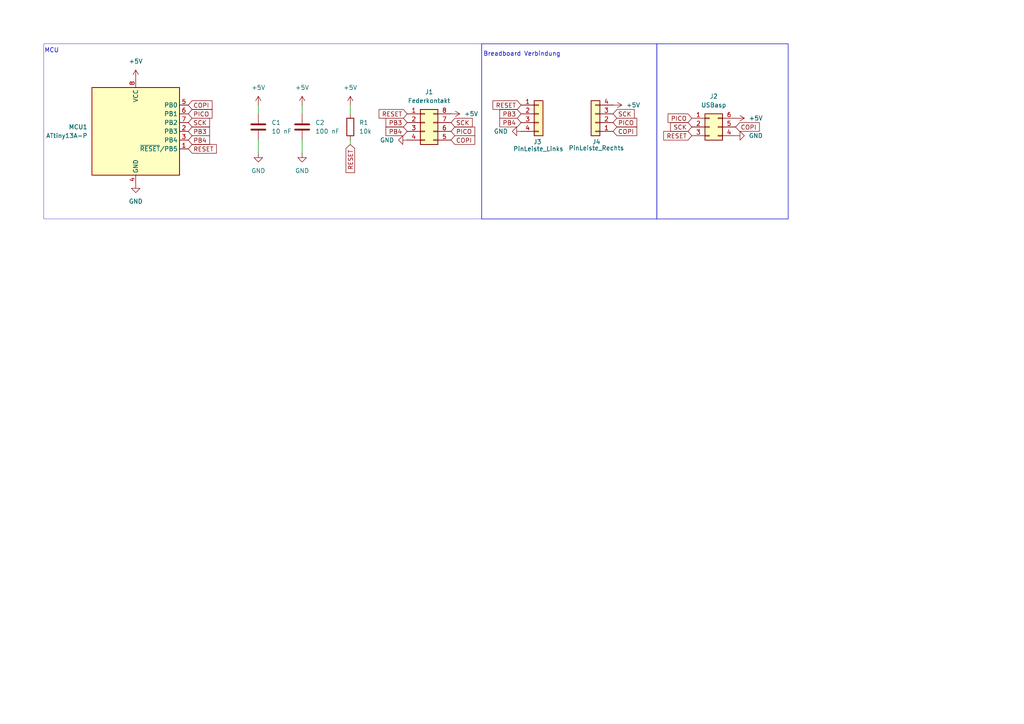
<source format=kicad_sch>
(kicad_sch (version 20250114) (generator "eeschema") (generator_version "9.0")
  (paper "A4")
  (title_block (title "ATTiny13A Devboard") (date "2025-07-06") (rev "V1.0"))
  (lib_symbols
    (symbol "Connector_Generic:Conn_01x04" (pin_names (offset 1.016) (hide yes))
      (property "Reference" "J" (at 0 5.08 0))
      (property "Value" "Conn_01x04" (at 0 -7.62 0))
      (symbol "Conn_01x04_1_1"
        (rectangle (start -1.27 3.81) (end 1.27 -6.35) (stroke (width 0.254)) (fill (type background)))
        (rectangle (start -1.27 2.667) (end 0 2.413) (stroke (width 0.1524)))
        (rectangle (start -1.27 0.127) (end 0 -0.127) (stroke (width 0.1524)))
        (rectangle (start -1.27 -2.413) (end 0 -2.667) (stroke (width 0.1524)))
        (rectangle (start -1.27 -4.953) (end 0 -5.207) (stroke (width 0.1524)))
        (pin passive line (at -5.08 2.54 0) (length 3.81) (name "Pin_1") (number "1"))
        (pin passive line (at -5.08 0 0) (length 3.81) (name "Pin_2") (number "2"))
        (pin passive line (at -5.08 -2.54 0) (length 3.81) (name "Pin_3") (number "3"))
        (pin passive line (at -5.08 -5.08 0) (length 3.81) (name "Pin_4") (number "4"))
      )
    )
    (symbol "Connector_Generic:Conn_02x03_Counter_Clockwise" (pin_names (offset 1.016) (hide yes))
      (property "Reference" "J" (at 1.27 5.08 0))
      (property "Value" "Conn_02x03_Counter_Clockwise" (at 1.27 -5.08 0))
      (symbol "Conn_02x03_Counter_Clockwise_1_1"
        (rectangle (start -1.27 3.81) (end 3.81 -3.81) (stroke (width 0.254)) (fill (type background)))
        (rectangle (start -1.27 2.667) (end 0 2.413) (stroke (width 0.1524)))
        (rectangle (start -1.27 0.127) (end 0 -0.127) (stroke (width 0.1524)))
        (rectangle (start -1.27 -2.413) (end 0 -2.667) (stroke (width 0.1524)))
        (rectangle (start 3.81 2.667) (end 2.54 2.413) (stroke (width 0.1524)))
        (rectangle (start 3.81 0.127) (end 2.54 -0.127) (stroke (width 0.1524)))
        (rectangle (start 3.81 -2.413) (end 2.54 -2.667) (stroke (width 0.1524)))
        (pin passive line (at -5.08 2.54 0) (length 3.81) (name "Pin_1") (number "1"))
        (pin passive line (at -5.08 0 0) (length 3.81) (name "Pin_2") (number "2"))
        (pin passive line (at -5.08 -2.54 0) (length 3.81) (name "Pin_3") (number "3"))
        (pin passive line (at 7.62 2.54 180) (length 3.81) (name "Pin_6") (number "6"))
        (pin passive line (at 7.62 0 180) (length 3.81) (name "Pin_5") (number "5"))
        (pin passive line (at 7.62 -2.54 180) (length 3.81) (name "Pin_4") (number "4"))
      )
    )
    (symbol "Connector_Generic:Conn_02x04_Counter_Clockwise" (pin_names (offset 1.016) (hide yes))
      (property "Reference" "J" (at 1.27 5.08 0))
      (property "Value" "Conn_02x04_Counter_Clockwise" (at 1.27 -7.62 0))
      (symbol "Conn_02x04_Counter_Clockwise_1_1"
        (rectangle (start -1.27 3.81) (end 3.81 -6.35) (stroke (width 0.254)) (fill (type background)))
        (rectangle (start -1.27 2.667) (end 0 2.413) (stroke (width 0.1524)))
        (rectangle (start -1.27 0.127) (end 0 -0.127) (stroke (width 0.1524)))
        (rectangle (start -1.27 -2.413) (end 0 -2.667) (stroke (width 0.1524)))
        (rectangle (start -1.27 -4.953) (end 0 -5.207) (stroke (width 0.1524)))
        (rectangle (start 3.81 2.667) (end 2.54 2.413) (stroke (width 0.1524)))
        (rectangle (start 3.81 0.127) (end 2.54 -0.127) (stroke (width 0.1524)))
        (rectangle (start 3.81 -2.413) (end 2.54 -2.667) (stroke (width 0.1524)))
        (rectangle (start 3.81 -4.953) (end 2.54 -5.207) (stroke (width 0.1524)))
        (pin passive line (at -5.08 2.54 0) (length 3.81) (name "Pin_1") (number "1"))
        (pin passive line (at -5.08 0 0) (length 3.81) (name "Pin_2") (number "2"))
        (pin passive line (at -5.08 -2.54 0) (length 3.81) (name "Pin_3") (number "3"))
        (pin passive line (at -5.08 -5.08 0) (length 3.81) (name "Pin_4") (number "4"))
        (pin passive line (at 7.62 2.54 180) (length 3.81) (name "Pin_8") (number "8"))
        (pin passive line (at 7.62 0 180) (length 3.81) (name "Pin_7") (number "7"))
        (pin passive line (at 7.62 -2.54 180) (length 3.81) (name "Pin_6") (number "6"))
        (pin passive line (at 7.62 -5.08 180) (length 3.81) (name "Pin_5") (number "5"))
      )
    )
    (symbol "Device:C" (pin_numbers (hide yes)) (pin_names (offset 0.254))
      (property "Reference" "C" (at 0.635 2.54 0))
      (property "Value" "C" (at 0.635 -2.54 0))
      (symbol "C_0_1"
        (polyline (pts (xy -2.032 0.762) (xy 2.032 0.762)) (stroke (width 0.508)))
        (polyline (pts (xy -2.032 -0.762) (xy 2.032 -0.762)) (stroke (width 0.508)))
      )
      (symbol "C_1_1"
        (pin passive line (at 0 3.81 270) (length 2.794) (name "~") (number "1"))
        (pin passive line (at 0 -3.81 90) (length 2.794) (name "~") (number "2"))
      )
    )
    (symbol "Device:R" (pin_numbers (hide yes)) (pin_names (offset 0))
      (property "Reference" "R" (at 2.032 0 90))
      (property "Value" "R" (at 0 0 90))
      (symbol "R_0_1"
        (rectangle (start -1.016 -2.54) (end 1.016 2.54) (stroke (width 0.254)))
      )
      (symbol "R_1_1"
        (pin passive line (at 0 3.81 270) (length 1.27) (name "~") (number "1"))
        (pin passive line (at 0 -3.81 90) (length 1.27) (name "~") (number "2"))
      )
    )
    (symbol "MCU_Microchip_ATtiny:ATtiny13A-P"
      (property "Reference" "U" (at -12.7 13.97 0))
      (property "Value" "ATtiny13A-P" (at 2.54 -13.97 0))
      (symbol "ATtiny13A-P_0_1"
        (rectangle (start -12.7 -12.7) (end 12.7 12.7) (stroke (width 0.254)) (fill (type background)))
      )
      (symbol "ATtiny13A-P_1_1"
        (pin power_in line (at 0 15.24 270) (length 2.54) (name "VCC") (number "8"))
        (pin power_in line (at 0 -15.24 90) (length 2.54) (name "GND") (number "4"))
        (pin bidirectional line (at 15.24 7.62 180) (length 2.54) (name "PB0") (number "5"))
        (pin bidirectional line (at 15.24 5.08 180) (length 2.54) (name "PB1") (number "6"))
        (pin bidirectional line (at 15.24 2.54 180) (length 2.54) (name "PB2") (number "7"))
        (pin bidirectional line (at 15.24 0 180) (length 2.54) (name "PB3") (number "2"))
        (pin bidirectional line (at 15.24 -2.54 180) (length 2.54) (name "PB4") (number "3"))
        (pin bidirectional line (at 15.24 -5.08 180) (length 2.54) (name "~{RESET}/PB5") (number "1"))
      )
    )
    (symbol "power:+5V" (power) (pin_numbers (hide yes)) (pin_names (offset 0) (hide yes))
      (property "Value" "+5V" (at 0 3.556 0))
      (symbol "+5V_0_1"
        (polyline (pts (xy -0.762 1.27) (xy 0 2.54)))
        (polyline (pts (xy 0 2.54) (xy 0.762 1.27)))
        (polyline (pts (xy 0 0) (xy 0 2.54)))
      )
      (symbol "+5V_1_1"
        (pin power_in line (at 0 0 90) (length 0) (name "~") (number "1"))
      )
    )
    (symbol "power:GND" (power) (pin_numbers (hide yes)) (pin_names (offset 0) (hide yes))
      (property "Value" "GND" (at 0 -3.81 0))
      (symbol "GND_0_1"
        (polyline (pts (xy 0 0) (xy 0 -1.27) (xy 1.27 -1.27) (xy 0 -2.54) (xy -1.27 -1.27) (xy 0 -1.27)))
      )
      (symbol "GND_1_1"
        (pin power_in line (at 0 0 270) (length 0) (name "~") (number "1"))
      )
    )
  )
  (rectangle (start 190.5 12.7) (end 228.6 63.5))
  (rectangle (start 139.7 12.7) (end 190.5 63.5))
  (rectangle (start 12.7 12.7) (end 139.7 63.5) (stroke (width 0.0508)))
  (text "MCU" (at 14.986 14.732 0) (effects (font (size 1.27 1.27))))
  (text "Breadboard Verbindung" (at 151.384 15.748 0) (effects (font (size 1.27 1.27))))
  (wire (pts (xy 74.93 30.48) (xy 74.93 33.02)))
  (wire (pts (xy 87.63 30.48) (xy 87.63 33.02)))
  (wire (pts (xy 74.93 40.64) (xy 74.93 44.45)))
  (wire (pts (xy 101.6 30.48) (xy 101.6 33.02)))
  (wire (pts (xy 87.63 40.64) (xy 87.63 44.45)))
  (wire (pts (xy 101.6 41.91) (xy 101.6 40.64)))
  (global_label "PB4" (shape input) (at 54.61 40.64 0) (property "Intersheetrefs" "${INTERSHEET_REFS}" (effects (hide yes))))
  (global_label "PICO" (shape input) (at 200.66 34.29 180) (property "Intersheetrefs" "${INTERSHEET_REFS}" (effects (hide yes))))
  (global_label "PB3" (shape input) (at 54.61 38.1 0) (property "Intersheetrefs" "${INTERSHEET_REFS}" (effects (hide yes))))
  (global_label "COPI" (shape input) (at 130.81 40.64 0) (property "Intersheetrefs" "${INTERSHEET_REFS}" (effects (hide yes))))
  (global_label "RESET" (shape input) (at 200.66 39.37 180) (property "Intersheetrefs" "${INTERSHEET_REFS}" (effects (hide yes))))
  (global_label "COPI" (shape input) (at 177.8 38.1 0) (property "Intersheetrefs" "${INTERSHEET_REFS}" (effects (hide yes))))
  (global_label "PB4" (shape input) (at 118.11 38.1 180) (property "Intersheetrefs" "${INTERSHEET_REFS}" (effects (hide yes))))
  (global_label "RESET" (shape input) (at 118.11 33.02 180) (property "Intersheetrefs" "${INTERSHEET_REFS}" (effects (hide yes))))
  (global_label "SCK" (shape input) (at 54.61 35.56 0) (property "Intersheetrefs" "${INTERSHEET_REFS}" (effects (hide yes))))
  (global_label "PB3" (shape input) (at 151.13 33.02 180) (property "Intersheetrefs" "${INTERSHEET_REFS}" (effects (hide yes))))
  (global_label "COPI" (shape input) (at 213.36 36.83 0) (property "Intersheetrefs" "${INTERSHEET_REFS}" (effects (hide yes))))
  (global_label "COPI" (shape input) (at 54.61 30.48 0) (property "Intersheetrefs" "${INTERSHEET_REFS}" (effects (hide yes))))
  (global_label "PB3" (shape input) (at 118.11 35.56 180) (property "Intersheetrefs" "${INTERSHEET_REFS}" (effects (hide yes))))
  (global_label "SCK" (shape input) (at 130.81 35.56 0) (property "Intersheetrefs" "${INTERSHEET_REFS}" (effects (hide yes))))
  (global_label "RESET" (shape input) (at 101.6 41.91 270) (property "Intersheetrefs" "${INTERSHEET_REFS}" (effects (hide yes))))
  (global_label "RESET" (shape input) (at 151.13 30.48 180) (property "Intersheetrefs" "${INTERSHEET_REFS}" (effects (hide yes))))
  (global_label "RESET" (shape input) (at 54.61 43.18 0) (property "Intersheetrefs" "${INTERSHEET_REFS}" (effects (hide yes))))
  (global_label "SCK" (shape input) (at 200.66 36.83 180) (property "Intersheetrefs" "${INTERSHEET_REFS}" (effects (hide yes))))
  (global_label "PICO" (shape input) (at 130.81 38.1 0) (property "Intersheetrefs" "${INTERSHEET_REFS}" (effects (hide yes))))
  (global_label "PB4" (shape input) (at 151.13 35.56 180) (property "Intersheetrefs" "${INTERSHEET_REFS}" (effects (hide yes))))
  (global_label "PICO" (shape input) (at 177.8 35.56 0) (property "Intersheetrefs" "${INTERSHEET_REFS}" (effects (hide yes))))
  (global_label "PICO" (shape input) (at 54.61 33.02 0) (property "Intersheetrefs" "${INTERSHEET_REFS}" (effects (hide yes))))
  (global_label "SCK" (shape input) (at 177.8 33.02 0) (property "Intersheetrefs" "${INTERSHEET_REFS}" (effects (hide yes))))
  (symbol (lib_id "Device:C") (at 74.93 36.83 0) (unit 1)
    (property "Reference" "C1" (at 78.74 35.5599 0) (effects (justify left)))
    (property "Value" "10 nF" (at 78.74 38.0999 0) (effects (justify left)))
    (property "Footprint" "Capacitor_THT:C_Disc_D3.0mm_W1.6mm_P2.50mm" (effects (hide yes)))
    (property "Description" "Unpolarized capacitor" (effects (hide yes)))
  )
  (symbol (lib_id "Device:C") (at 87.63 36.83 0) (unit 1)
    (property "Reference" "C2" (at 91.44 35.5599 0) (effects (justify left)))
    (property "Value" "100 nF" (at 91.44 38.0999 0) (effects (justify left)))
    (property "Footprint" "Capacitor_THT:C_Disc_D3.0mm_W1.6mm_P2.50mm" (effects (hide yes)))
    (property "Description" "Unpolarized capacitor" (effects (hide yes)))
  )
  (symbol (lib_id "power:GND") (at 39.37 53.34 0) (unit 1)
    (property "Reference" "#PWR013" (effects (hide yes)))
    (property "Value" "GND" (at 39.37 58.42 0))
    (property "Description" "Power symbol creates a global label with name \"GND\" , ground" (effects (hide yes)))
  )
  (symbol (lib_id "power:GND") (at 213.36 39.37 90) (unit 1)
    (property "Reference" "#PWR09" (effects (hide yes)))
    (property "Value" "GND" (at 217.17 39.3699 90) (effects (justify right)))
    (property "Description" "Power symbol creates a global label with name \"GND\" , ground" (effects (hide yes)))
  )
  (symbol (lib_id "power:+5V") (at 39.37 22.86 0) (unit 1)
    (property "Reference" "#PWR08" (effects (hide yes)))
    (property "Value" "+5V" (at 39.37 17.78 0))
    (property "Description" "Power symbol creates a global label with name \"+5V\"" (effects (hide yes)))
  )
  (symbol (lib_id "power:+5V") (at 177.8 30.48 270) (unit 1)
    (property "Reference" "#PWR03" (effects (hide yes)))
    (property "Value" "+5V" (at 181.61 30.4799 90) (effects (justify left)))
    (property "Description" "Power symbol creates a global label with name \"+5V\"" (effects (hide yes)))
  )
  (symbol (lib_id "power:GND") (at 74.93 44.45 0) (unit 1)
    (property "Reference" "#PWR012" (effects (hide yes)))
    (property "Value" "GND" (at 74.93 49.53 0))
    (property "Description" "Power symbol creates a global label with name \"GND\" , ground" (effects (hide yes)))
  )
  (symbol (lib_id "power:+5V") (at 74.93 30.48 0) (unit 1)
    (property "Reference" "#PWR07" (effects (hide yes)))
    (property "Value" "+5V" (at 74.93 25.4 0))
    (property "Description" "Power symbol creates a global label with name \"+5V\"" (effects (hide yes)))
  )
  (symbol (lib_id "Connector_Generic:Conn_01x04") (at 156.21 33.02 0) (unit 1)
    (property "Reference" "J3" (at 154.686 41.148 0) (effects (justify left)))
    (property "Value" "PinLeiste_Links" (at 148.844 43.18 0) (effects (justify left)))
    (property "Footprint" "Connector_PinHeader_2.54mm:PinHeader_1x04_P2.54mm_Vertical" (effects (hide yes)))
    (property "Description" "Generic connector, single row, 01x04, script generated (kicad-library-utils/schlib/autogen/connector/)" (effects (hide yes)))
  )
  (symbol (lib_id "Connector_Generic:Conn_02x04_Counter_Clockwise") (at 123.19 35.56 0) (unit 1)
    (property "Reference" "J1" (at 124.46 26.67 0))
    (property "Value" "Federkontakt" (at 124.46 29.21 0))
    (property "Footprint" "Package_DIP:DIP-8_W7.62mm" (effects (hide yes)))
    (property "Description" "Generic connector, double row, 02x04, counter clockwise pin numbering scheme (similar to DIP package numbering), script generated (kicad-library-utils/schlib/autogen/connector/)" (effects (hide yes)))
  )
  (symbol (lib_id "power:+5V") (at 87.63 30.48 0) (unit 1)
    (property "Reference" "#PWR06" (effects (hide yes)))
    (property "Value" "+5V" (at 87.63 25.4 0))
    (property "Description" "Power symbol creates a global label with name \"+5V\"" (effects (hide yes)))
  )
  (symbol (lib_id "MCU_Microchip_ATtiny:ATtiny13A-P") (at 39.37 38.1 0) (unit 1)
    (property "Reference" "MCU1" (at 25.4 36.8299 0) (effects (justify right)))
    (property "Value" "ATtiny13A-P" (at 25.4 39.3699 0) (effects (justify right)))
    (property "Datasheet" "http://ww1.microchip.com/downloads/en/DeviceDoc/doc8126.pdf" (effects (hide yes)))
    (property "Description" "20MHz, 1kB Flash, 64B SRAM, 64B EEPROM, debugWIRE, DIP-8" (effects (hide yes)))
  )
  (symbol (lib_id "power:+5V") (at 130.81 33.02 270) (unit 1)
    (property "Reference" "#PWR04" (effects (hide yes)))
    (property "Value" "+5V" (at 134.62 33.0199 90) (effects (justify left)))
    (property "Description" "Power symbol creates a global label with name \"+5V\"" (effects (hide yes)))
  )
  (symbol (lib_id "Connector_Generic:Conn_02x03_Counter_Clockwise") (at 205.74 36.83 0) (unit 1)
    (property "Reference" "J2" (at 207.01 27.94 0))
    (property "Value" "USBasp" (at 207.01 30.48 0))
    (property "Footprint" "Connector_PinHeader_2.54mm:PinHeader_2x03_P2.54mm_Vertical" (effects (hide yes)))
    (property "Description" "Generic connector, double row, 02x03, counter clockwise pin numbering scheme (similar to DIP package numbering), script generated (kicad-library-utils/schlib/autogen/connector/)" (effects (hide yes)))
  )
  (symbol (lib_id "power:+5V") (at 213.36 34.29 270) (unit 1)
    (property "Reference" "#PWR01" (effects (hide yes)))
    (property "Value" "+5V" (at 217.17 34.2899 90) (effects (justify left)))
    (property "Description" "Power symbol creates a global label with name \"+5V\"" (effects (hide yes)))
  )
  (symbol (lib_id "power:GND") (at 118.11 40.64 270) (unit 1)
    (property "Reference" "#PWR010" (effects (hide yes)))
    (property "Value" "GND" (at 114.3 40.6399 90) (effects (justify right)))
    (property "Description" "Power symbol creates a global label with name \"GND\" , ground" (effects (hide yes)))
  )
  (symbol (lib_id "power:GND") (at 87.63 44.45 0) (unit 1)
    (property "Reference" "#PWR011" (effects (hide yes)))
    (property "Value" "GND" (at 87.63 49.53 0))
    (property "Description" "Power symbol creates a global label with name \"GND\" , ground" (effects (hide yes)))
  )
  (symbol (lib_id "power:+5V") (at 101.6 30.48 0) (unit 1)
    (property "Reference" "#PWR05" (effects (hide yes)))
    (property "Value" "+5V" (at 101.6 25.4 0))
    (property "Description" "Power symbol creates a global label with name \"+5V\"" (effects (hide yes)))
  )
  (symbol (lib_id "power:GND") (at 151.13 38.1 270) (unit 1)
    (property "Reference" "#PWR02" (effects (hide yes)))
    (property "Value" "GND" (at 147.32 38.0999 90) (effects (justify right)))
    (property "Description" "Power symbol creates a global label with name \"GND\" , ground" (effects (hide yes)))
  )
  (symbol (lib_id "Device:R") (at 101.6 36.83 0) (unit 1)
    (property "Reference" "R1" (at 104.14 35.5599 0) (effects (justify left)))
    (property "Value" "10k" (at 104.14 38.0999 0) (effects (justify left)))
    (property "Footprint" "Resistor_THT:R_Axial_DIN0207_L6.3mm_D2.5mm_P7.62mm_Horizontal" (effects (hide yes)))
    (property "Description" "Resistor" (effects (hide yes)))
  )
  (symbol (lib_id "Connector_Generic:Conn_01x04") (at 172.72 35.56 180) (unit 1)
    (property "Reference" "J4" (at 172.974 41.148 0))
    (property "Value" "PinLeiste_Rechts" (at 172.974 42.926 0))
    (property "Footprint" "Connector_PinHeader_2.54mm:PinHeader_1x04_P2.54mm_Vertical" (effects (hide yes)))
    (property "Description" "Generic connector, single row, 01x04, script generated (kicad-library-utils/schlib/autogen/connector/)" (effects (hide yes)))
  )
)
</source>
